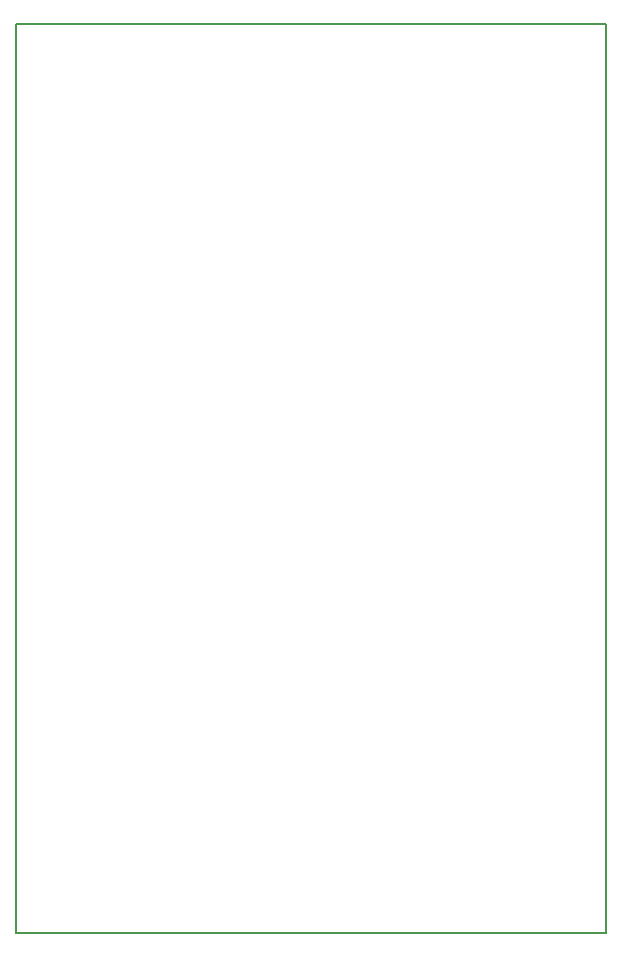
<source format=gbr>
G04 #@! TF.FileFunction,Profile,NP*
%FSLAX46Y46*%
G04 Gerber Fmt 4.6, Leading zero omitted, Abs format (unit mm)*
G04 Created by KiCad (PCBNEW 4.0.5+dfsg1-4) date Thu Nov  1 13:58:00 2018*
%MOMM*%
%LPD*%
G01*
G04 APERTURE LIST*
%ADD10C,0.100000*%
%ADD11C,0.150000*%
G04 APERTURE END LIST*
D10*
D11*
X110000000Y-117000000D02*
X110000000Y-40000000D01*
X60000000Y-117000000D02*
X110000000Y-117000000D01*
X60000000Y-40000000D02*
X60000000Y-117000000D01*
X60000000Y-40000000D02*
X110000000Y-40000000D01*
M02*

</source>
